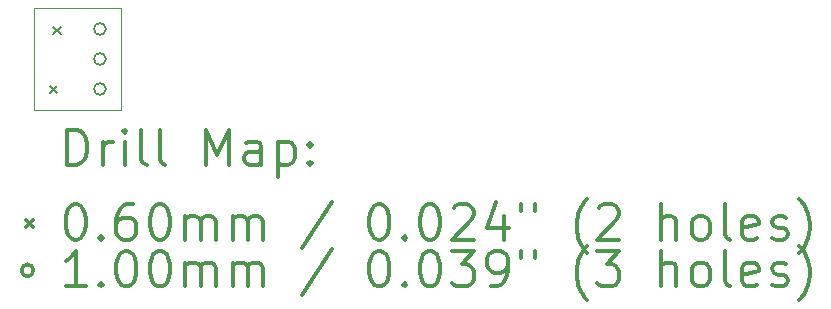
<source format=gbr>
%FSLAX45Y45*%
G04 Gerber Fmt 4.5, Leading zero omitted, Abs format (unit mm)*
G04 Created by KiCad (PCBNEW (5.1.4)-1) date 2020-09-30 13:12:36*
%MOMM*%
%LPD*%
G04 APERTURE LIST*
%ADD10C,0.050000*%
%ADD11C,0.200000*%
%ADD12C,0.300000*%
G04 APERTURE END LIST*
D10*
X5690000Y-3380000D02*
X5690000Y-4245000D01*
X4950000Y-3380000D02*
X5690000Y-3380000D01*
X4950000Y-4245000D02*
X4950000Y-3380000D01*
X5690000Y-4245000D02*
X4950000Y-4245000D01*
D11*
X5087500Y-4042465D02*
X5147500Y-4102465D01*
X5147500Y-4042465D02*
X5087500Y-4102465D01*
X5117500Y-3542500D02*
X5177500Y-3602500D01*
X5177500Y-3542500D02*
X5117500Y-3602500D01*
X5560000Y-3560000D02*
G75*
G03X5560000Y-3560000I-50000J0D01*
G01*
X5560000Y-3814000D02*
G75*
G03X5560000Y-3814000I-50000J0D01*
G01*
X5560000Y-4068000D02*
G75*
G03X5560000Y-4068000I-50000J0D01*
G01*
D12*
X5233928Y-4713214D02*
X5233928Y-4413214D01*
X5305357Y-4413214D01*
X5348214Y-4427500D01*
X5376786Y-4456072D01*
X5391071Y-4484643D01*
X5405357Y-4541786D01*
X5405357Y-4584643D01*
X5391071Y-4641786D01*
X5376786Y-4670357D01*
X5348214Y-4698929D01*
X5305357Y-4713214D01*
X5233928Y-4713214D01*
X5533928Y-4713214D02*
X5533928Y-4513214D01*
X5533928Y-4570357D02*
X5548214Y-4541786D01*
X5562500Y-4527500D01*
X5591071Y-4513214D01*
X5619643Y-4513214D01*
X5719643Y-4713214D02*
X5719643Y-4513214D01*
X5719643Y-4413214D02*
X5705357Y-4427500D01*
X5719643Y-4441786D01*
X5733928Y-4427500D01*
X5719643Y-4413214D01*
X5719643Y-4441786D01*
X5905357Y-4713214D02*
X5876786Y-4698929D01*
X5862500Y-4670357D01*
X5862500Y-4413214D01*
X6062500Y-4713214D02*
X6033928Y-4698929D01*
X6019643Y-4670357D01*
X6019643Y-4413214D01*
X6405357Y-4713214D02*
X6405357Y-4413214D01*
X6505357Y-4627500D01*
X6605357Y-4413214D01*
X6605357Y-4713214D01*
X6876786Y-4713214D02*
X6876786Y-4556072D01*
X6862500Y-4527500D01*
X6833928Y-4513214D01*
X6776786Y-4513214D01*
X6748214Y-4527500D01*
X6876786Y-4698929D02*
X6848214Y-4713214D01*
X6776786Y-4713214D01*
X6748214Y-4698929D01*
X6733928Y-4670357D01*
X6733928Y-4641786D01*
X6748214Y-4613214D01*
X6776786Y-4598929D01*
X6848214Y-4598929D01*
X6876786Y-4584643D01*
X7019643Y-4513214D02*
X7019643Y-4813214D01*
X7019643Y-4527500D02*
X7048214Y-4513214D01*
X7105357Y-4513214D01*
X7133928Y-4527500D01*
X7148214Y-4541786D01*
X7162500Y-4570357D01*
X7162500Y-4656072D01*
X7148214Y-4684643D01*
X7133928Y-4698929D01*
X7105357Y-4713214D01*
X7048214Y-4713214D01*
X7019643Y-4698929D01*
X7291071Y-4684643D02*
X7305357Y-4698929D01*
X7291071Y-4713214D01*
X7276786Y-4698929D01*
X7291071Y-4684643D01*
X7291071Y-4713214D01*
X7291071Y-4527500D02*
X7305357Y-4541786D01*
X7291071Y-4556072D01*
X7276786Y-4541786D01*
X7291071Y-4527500D01*
X7291071Y-4556072D01*
X4887500Y-5177500D02*
X4947500Y-5237500D01*
X4947500Y-5177500D02*
X4887500Y-5237500D01*
X5291071Y-5043214D02*
X5319643Y-5043214D01*
X5348214Y-5057500D01*
X5362500Y-5071786D01*
X5376786Y-5100357D01*
X5391071Y-5157500D01*
X5391071Y-5228929D01*
X5376786Y-5286072D01*
X5362500Y-5314643D01*
X5348214Y-5328929D01*
X5319643Y-5343214D01*
X5291071Y-5343214D01*
X5262500Y-5328929D01*
X5248214Y-5314643D01*
X5233928Y-5286072D01*
X5219643Y-5228929D01*
X5219643Y-5157500D01*
X5233928Y-5100357D01*
X5248214Y-5071786D01*
X5262500Y-5057500D01*
X5291071Y-5043214D01*
X5519643Y-5314643D02*
X5533928Y-5328929D01*
X5519643Y-5343214D01*
X5505357Y-5328929D01*
X5519643Y-5314643D01*
X5519643Y-5343214D01*
X5791071Y-5043214D02*
X5733928Y-5043214D01*
X5705357Y-5057500D01*
X5691071Y-5071786D01*
X5662500Y-5114643D01*
X5648214Y-5171786D01*
X5648214Y-5286072D01*
X5662500Y-5314643D01*
X5676786Y-5328929D01*
X5705357Y-5343214D01*
X5762500Y-5343214D01*
X5791071Y-5328929D01*
X5805357Y-5314643D01*
X5819643Y-5286072D01*
X5819643Y-5214643D01*
X5805357Y-5186072D01*
X5791071Y-5171786D01*
X5762500Y-5157500D01*
X5705357Y-5157500D01*
X5676786Y-5171786D01*
X5662500Y-5186072D01*
X5648214Y-5214643D01*
X6005357Y-5043214D02*
X6033928Y-5043214D01*
X6062500Y-5057500D01*
X6076786Y-5071786D01*
X6091071Y-5100357D01*
X6105357Y-5157500D01*
X6105357Y-5228929D01*
X6091071Y-5286072D01*
X6076786Y-5314643D01*
X6062500Y-5328929D01*
X6033928Y-5343214D01*
X6005357Y-5343214D01*
X5976786Y-5328929D01*
X5962500Y-5314643D01*
X5948214Y-5286072D01*
X5933928Y-5228929D01*
X5933928Y-5157500D01*
X5948214Y-5100357D01*
X5962500Y-5071786D01*
X5976786Y-5057500D01*
X6005357Y-5043214D01*
X6233928Y-5343214D02*
X6233928Y-5143214D01*
X6233928Y-5171786D02*
X6248214Y-5157500D01*
X6276786Y-5143214D01*
X6319643Y-5143214D01*
X6348214Y-5157500D01*
X6362500Y-5186072D01*
X6362500Y-5343214D01*
X6362500Y-5186072D02*
X6376786Y-5157500D01*
X6405357Y-5143214D01*
X6448214Y-5143214D01*
X6476786Y-5157500D01*
X6491071Y-5186072D01*
X6491071Y-5343214D01*
X6633928Y-5343214D02*
X6633928Y-5143214D01*
X6633928Y-5171786D02*
X6648214Y-5157500D01*
X6676786Y-5143214D01*
X6719643Y-5143214D01*
X6748214Y-5157500D01*
X6762500Y-5186072D01*
X6762500Y-5343214D01*
X6762500Y-5186072D02*
X6776786Y-5157500D01*
X6805357Y-5143214D01*
X6848214Y-5143214D01*
X6876786Y-5157500D01*
X6891071Y-5186072D01*
X6891071Y-5343214D01*
X7476786Y-5028929D02*
X7219643Y-5414643D01*
X7862500Y-5043214D02*
X7891071Y-5043214D01*
X7919643Y-5057500D01*
X7933928Y-5071786D01*
X7948214Y-5100357D01*
X7962500Y-5157500D01*
X7962500Y-5228929D01*
X7948214Y-5286072D01*
X7933928Y-5314643D01*
X7919643Y-5328929D01*
X7891071Y-5343214D01*
X7862500Y-5343214D01*
X7833928Y-5328929D01*
X7819643Y-5314643D01*
X7805357Y-5286072D01*
X7791071Y-5228929D01*
X7791071Y-5157500D01*
X7805357Y-5100357D01*
X7819643Y-5071786D01*
X7833928Y-5057500D01*
X7862500Y-5043214D01*
X8091071Y-5314643D02*
X8105357Y-5328929D01*
X8091071Y-5343214D01*
X8076786Y-5328929D01*
X8091071Y-5314643D01*
X8091071Y-5343214D01*
X8291071Y-5043214D02*
X8319643Y-5043214D01*
X8348214Y-5057500D01*
X8362500Y-5071786D01*
X8376786Y-5100357D01*
X8391071Y-5157500D01*
X8391071Y-5228929D01*
X8376786Y-5286072D01*
X8362500Y-5314643D01*
X8348214Y-5328929D01*
X8319643Y-5343214D01*
X8291071Y-5343214D01*
X8262500Y-5328929D01*
X8248214Y-5314643D01*
X8233928Y-5286072D01*
X8219643Y-5228929D01*
X8219643Y-5157500D01*
X8233928Y-5100357D01*
X8248214Y-5071786D01*
X8262500Y-5057500D01*
X8291071Y-5043214D01*
X8505357Y-5071786D02*
X8519643Y-5057500D01*
X8548214Y-5043214D01*
X8619643Y-5043214D01*
X8648214Y-5057500D01*
X8662500Y-5071786D01*
X8676786Y-5100357D01*
X8676786Y-5128929D01*
X8662500Y-5171786D01*
X8491071Y-5343214D01*
X8676786Y-5343214D01*
X8933928Y-5143214D02*
X8933928Y-5343214D01*
X8862500Y-5028929D02*
X8791071Y-5243214D01*
X8976786Y-5243214D01*
X9076786Y-5043214D02*
X9076786Y-5100357D01*
X9191071Y-5043214D02*
X9191071Y-5100357D01*
X9633928Y-5457500D02*
X9619643Y-5443214D01*
X9591071Y-5400357D01*
X9576786Y-5371786D01*
X9562500Y-5328929D01*
X9548214Y-5257500D01*
X9548214Y-5200357D01*
X9562500Y-5128929D01*
X9576786Y-5086072D01*
X9591071Y-5057500D01*
X9619643Y-5014643D01*
X9633928Y-5000357D01*
X9733928Y-5071786D02*
X9748214Y-5057500D01*
X9776786Y-5043214D01*
X9848214Y-5043214D01*
X9876786Y-5057500D01*
X9891071Y-5071786D01*
X9905357Y-5100357D01*
X9905357Y-5128929D01*
X9891071Y-5171786D01*
X9719643Y-5343214D01*
X9905357Y-5343214D01*
X10262500Y-5343214D02*
X10262500Y-5043214D01*
X10391071Y-5343214D02*
X10391071Y-5186072D01*
X10376786Y-5157500D01*
X10348214Y-5143214D01*
X10305357Y-5143214D01*
X10276786Y-5157500D01*
X10262500Y-5171786D01*
X10576786Y-5343214D02*
X10548214Y-5328929D01*
X10533928Y-5314643D01*
X10519643Y-5286072D01*
X10519643Y-5200357D01*
X10533928Y-5171786D01*
X10548214Y-5157500D01*
X10576786Y-5143214D01*
X10619643Y-5143214D01*
X10648214Y-5157500D01*
X10662500Y-5171786D01*
X10676786Y-5200357D01*
X10676786Y-5286072D01*
X10662500Y-5314643D01*
X10648214Y-5328929D01*
X10619643Y-5343214D01*
X10576786Y-5343214D01*
X10848214Y-5343214D02*
X10819643Y-5328929D01*
X10805357Y-5300357D01*
X10805357Y-5043214D01*
X11076786Y-5328929D02*
X11048214Y-5343214D01*
X10991071Y-5343214D01*
X10962500Y-5328929D01*
X10948214Y-5300357D01*
X10948214Y-5186072D01*
X10962500Y-5157500D01*
X10991071Y-5143214D01*
X11048214Y-5143214D01*
X11076786Y-5157500D01*
X11091071Y-5186072D01*
X11091071Y-5214643D01*
X10948214Y-5243214D01*
X11205357Y-5328929D02*
X11233928Y-5343214D01*
X11291071Y-5343214D01*
X11319643Y-5328929D01*
X11333928Y-5300357D01*
X11333928Y-5286072D01*
X11319643Y-5257500D01*
X11291071Y-5243214D01*
X11248214Y-5243214D01*
X11219643Y-5228929D01*
X11205357Y-5200357D01*
X11205357Y-5186072D01*
X11219643Y-5157500D01*
X11248214Y-5143214D01*
X11291071Y-5143214D01*
X11319643Y-5157500D01*
X11433928Y-5457500D02*
X11448214Y-5443214D01*
X11476786Y-5400357D01*
X11491071Y-5371786D01*
X11505357Y-5328929D01*
X11519643Y-5257500D01*
X11519643Y-5200357D01*
X11505357Y-5128929D01*
X11491071Y-5086072D01*
X11476786Y-5057500D01*
X11448214Y-5014643D01*
X11433928Y-5000357D01*
X4947500Y-5603500D02*
G75*
G03X4947500Y-5603500I-50000J0D01*
G01*
X5391071Y-5739214D02*
X5219643Y-5739214D01*
X5305357Y-5739214D02*
X5305357Y-5439214D01*
X5276786Y-5482072D01*
X5248214Y-5510643D01*
X5219643Y-5524929D01*
X5519643Y-5710643D02*
X5533928Y-5724929D01*
X5519643Y-5739214D01*
X5505357Y-5724929D01*
X5519643Y-5710643D01*
X5519643Y-5739214D01*
X5719643Y-5439214D02*
X5748214Y-5439214D01*
X5776786Y-5453500D01*
X5791071Y-5467786D01*
X5805357Y-5496357D01*
X5819643Y-5553500D01*
X5819643Y-5624929D01*
X5805357Y-5682071D01*
X5791071Y-5710643D01*
X5776786Y-5724929D01*
X5748214Y-5739214D01*
X5719643Y-5739214D01*
X5691071Y-5724929D01*
X5676786Y-5710643D01*
X5662500Y-5682071D01*
X5648214Y-5624929D01*
X5648214Y-5553500D01*
X5662500Y-5496357D01*
X5676786Y-5467786D01*
X5691071Y-5453500D01*
X5719643Y-5439214D01*
X6005357Y-5439214D02*
X6033928Y-5439214D01*
X6062500Y-5453500D01*
X6076786Y-5467786D01*
X6091071Y-5496357D01*
X6105357Y-5553500D01*
X6105357Y-5624929D01*
X6091071Y-5682071D01*
X6076786Y-5710643D01*
X6062500Y-5724929D01*
X6033928Y-5739214D01*
X6005357Y-5739214D01*
X5976786Y-5724929D01*
X5962500Y-5710643D01*
X5948214Y-5682071D01*
X5933928Y-5624929D01*
X5933928Y-5553500D01*
X5948214Y-5496357D01*
X5962500Y-5467786D01*
X5976786Y-5453500D01*
X6005357Y-5439214D01*
X6233928Y-5739214D02*
X6233928Y-5539214D01*
X6233928Y-5567786D02*
X6248214Y-5553500D01*
X6276786Y-5539214D01*
X6319643Y-5539214D01*
X6348214Y-5553500D01*
X6362500Y-5582072D01*
X6362500Y-5739214D01*
X6362500Y-5582072D02*
X6376786Y-5553500D01*
X6405357Y-5539214D01*
X6448214Y-5539214D01*
X6476786Y-5553500D01*
X6491071Y-5582072D01*
X6491071Y-5739214D01*
X6633928Y-5739214D02*
X6633928Y-5539214D01*
X6633928Y-5567786D02*
X6648214Y-5553500D01*
X6676786Y-5539214D01*
X6719643Y-5539214D01*
X6748214Y-5553500D01*
X6762500Y-5582072D01*
X6762500Y-5739214D01*
X6762500Y-5582072D02*
X6776786Y-5553500D01*
X6805357Y-5539214D01*
X6848214Y-5539214D01*
X6876786Y-5553500D01*
X6891071Y-5582072D01*
X6891071Y-5739214D01*
X7476786Y-5424929D02*
X7219643Y-5810643D01*
X7862500Y-5439214D02*
X7891071Y-5439214D01*
X7919643Y-5453500D01*
X7933928Y-5467786D01*
X7948214Y-5496357D01*
X7962500Y-5553500D01*
X7962500Y-5624929D01*
X7948214Y-5682071D01*
X7933928Y-5710643D01*
X7919643Y-5724929D01*
X7891071Y-5739214D01*
X7862500Y-5739214D01*
X7833928Y-5724929D01*
X7819643Y-5710643D01*
X7805357Y-5682071D01*
X7791071Y-5624929D01*
X7791071Y-5553500D01*
X7805357Y-5496357D01*
X7819643Y-5467786D01*
X7833928Y-5453500D01*
X7862500Y-5439214D01*
X8091071Y-5710643D02*
X8105357Y-5724929D01*
X8091071Y-5739214D01*
X8076786Y-5724929D01*
X8091071Y-5710643D01*
X8091071Y-5739214D01*
X8291071Y-5439214D02*
X8319643Y-5439214D01*
X8348214Y-5453500D01*
X8362500Y-5467786D01*
X8376786Y-5496357D01*
X8391071Y-5553500D01*
X8391071Y-5624929D01*
X8376786Y-5682071D01*
X8362500Y-5710643D01*
X8348214Y-5724929D01*
X8319643Y-5739214D01*
X8291071Y-5739214D01*
X8262500Y-5724929D01*
X8248214Y-5710643D01*
X8233928Y-5682071D01*
X8219643Y-5624929D01*
X8219643Y-5553500D01*
X8233928Y-5496357D01*
X8248214Y-5467786D01*
X8262500Y-5453500D01*
X8291071Y-5439214D01*
X8491071Y-5439214D02*
X8676786Y-5439214D01*
X8576786Y-5553500D01*
X8619643Y-5553500D01*
X8648214Y-5567786D01*
X8662500Y-5582072D01*
X8676786Y-5610643D01*
X8676786Y-5682071D01*
X8662500Y-5710643D01*
X8648214Y-5724929D01*
X8619643Y-5739214D01*
X8533928Y-5739214D01*
X8505357Y-5724929D01*
X8491071Y-5710643D01*
X8819643Y-5739214D02*
X8876786Y-5739214D01*
X8905357Y-5724929D01*
X8919643Y-5710643D01*
X8948214Y-5667786D01*
X8962500Y-5610643D01*
X8962500Y-5496357D01*
X8948214Y-5467786D01*
X8933928Y-5453500D01*
X8905357Y-5439214D01*
X8848214Y-5439214D01*
X8819643Y-5453500D01*
X8805357Y-5467786D01*
X8791071Y-5496357D01*
X8791071Y-5567786D01*
X8805357Y-5596357D01*
X8819643Y-5610643D01*
X8848214Y-5624929D01*
X8905357Y-5624929D01*
X8933928Y-5610643D01*
X8948214Y-5596357D01*
X8962500Y-5567786D01*
X9076786Y-5439214D02*
X9076786Y-5496357D01*
X9191071Y-5439214D02*
X9191071Y-5496357D01*
X9633928Y-5853500D02*
X9619643Y-5839214D01*
X9591071Y-5796357D01*
X9576786Y-5767786D01*
X9562500Y-5724929D01*
X9548214Y-5653500D01*
X9548214Y-5596357D01*
X9562500Y-5524929D01*
X9576786Y-5482072D01*
X9591071Y-5453500D01*
X9619643Y-5410643D01*
X9633928Y-5396357D01*
X9719643Y-5439214D02*
X9905357Y-5439214D01*
X9805357Y-5553500D01*
X9848214Y-5553500D01*
X9876786Y-5567786D01*
X9891071Y-5582072D01*
X9905357Y-5610643D01*
X9905357Y-5682071D01*
X9891071Y-5710643D01*
X9876786Y-5724929D01*
X9848214Y-5739214D01*
X9762500Y-5739214D01*
X9733928Y-5724929D01*
X9719643Y-5710643D01*
X10262500Y-5739214D02*
X10262500Y-5439214D01*
X10391071Y-5739214D02*
X10391071Y-5582072D01*
X10376786Y-5553500D01*
X10348214Y-5539214D01*
X10305357Y-5539214D01*
X10276786Y-5553500D01*
X10262500Y-5567786D01*
X10576786Y-5739214D02*
X10548214Y-5724929D01*
X10533928Y-5710643D01*
X10519643Y-5682071D01*
X10519643Y-5596357D01*
X10533928Y-5567786D01*
X10548214Y-5553500D01*
X10576786Y-5539214D01*
X10619643Y-5539214D01*
X10648214Y-5553500D01*
X10662500Y-5567786D01*
X10676786Y-5596357D01*
X10676786Y-5682071D01*
X10662500Y-5710643D01*
X10648214Y-5724929D01*
X10619643Y-5739214D01*
X10576786Y-5739214D01*
X10848214Y-5739214D02*
X10819643Y-5724929D01*
X10805357Y-5696357D01*
X10805357Y-5439214D01*
X11076786Y-5724929D02*
X11048214Y-5739214D01*
X10991071Y-5739214D01*
X10962500Y-5724929D01*
X10948214Y-5696357D01*
X10948214Y-5582072D01*
X10962500Y-5553500D01*
X10991071Y-5539214D01*
X11048214Y-5539214D01*
X11076786Y-5553500D01*
X11091071Y-5582072D01*
X11091071Y-5610643D01*
X10948214Y-5639214D01*
X11205357Y-5724929D02*
X11233928Y-5739214D01*
X11291071Y-5739214D01*
X11319643Y-5724929D01*
X11333928Y-5696357D01*
X11333928Y-5682071D01*
X11319643Y-5653500D01*
X11291071Y-5639214D01*
X11248214Y-5639214D01*
X11219643Y-5624929D01*
X11205357Y-5596357D01*
X11205357Y-5582072D01*
X11219643Y-5553500D01*
X11248214Y-5539214D01*
X11291071Y-5539214D01*
X11319643Y-5553500D01*
X11433928Y-5853500D02*
X11448214Y-5839214D01*
X11476786Y-5796357D01*
X11491071Y-5767786D01*
X11505357Y-5724929D01*
X11519643Y-5653500D01*
X11519643Y-5596357D01*
X11505357Y-5524929D01*
X11491071Y-5482072D01*
X11476786Y-5453500D01*
X11448214Y-5410643D01*
X11433928Y-5396357D01*
M02*

</source>
